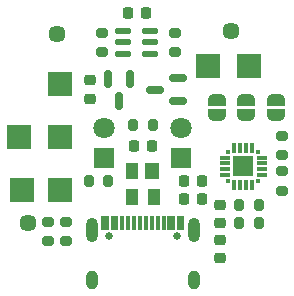
<source format=gbr>
%TF.GenerationSoftware,KiCad,Pcbnew,(6.0.0-0)*%
%TF.CreationDate,2022-01-05T16:19:23+01:00*%
%TF.ProjectId,IEC-62056-21-Optical-Probe,4945432d-3632-4303-9536-2d32312d4f70,1*%
%TF.SameCoordinates,Original*%
%TF.FileFunction,Soldermask,Top*%
%TF.FilePolarity,Negative*%
%FSLAX46Y46*%
G04 Gerber Fmt 4.6, Leading zero omitted, Abs format (unit mm)*
G04 Created by KiCad (PCBNEW (6.0.0-0)) date 2022-01-05 16:19:23*
%MOMM*%
%LPD*%
G01*
G04 APERTURE LIST*
G04 Aperture macros list*
%AMRoundRect*
0 Rectangle with rounded corners*
0 $1 Rounding radius*
0 $2 $3 $4 $5 $6 $7 $8 $9 X,Y pos of 4 corners*
0 Add a 4 corners polygon primitive as box body*
4,1,4,$2,$3,$4,$5,$6,$7,$8,$9,$2,$3,0*
0 Add four circle primitives for the rounded corners*
1,1,$1+$1,$2,$3*
1,1,$1+$1,$4,$5*
1,1,$1+$1,$6,$7*
1,1,$1+$1,$8,$9*
0 Add four rect primitives between the rounded corners*
20,1,$1+$1,$2,$3,$4,$5,0*
20,1,$1+$1,$4,$5,$6,$7,0*
20,1,$1+$1,$6,$7,$8,$9,0*
20,1,$1+$1,$8,$9,$2,$3,0*%
%AMFreePoly0*
4,1,22,0.500000,-0.750000,0.000000,-0.750000,0.000000,-0.745033,-0.079941,-0.743568,-0.215256,-0.701293,-0.333266,-0.622738,-0.424486,-0.514219,-0.481581,-0.384460,-0.499164,-0.250000,-0.500000,-0.250000,-0.500000,0.250000,-0.499164,0.250000,-0.499963,0.256109,-0.478152,0.396186,-0.417904,0.524511,-0.324060,0.630769,-0.204165,0.706417,-0.067858,0.745374,0.000000,0.744959,0.000000,0.750000,
0.500000,0.750000,0.500000,-0.750000,0.500000,-0.750000,$1*%
%AMFreePoly1*
4,1,20,0.000000,0.744959,0.073905,0.744508,0.209726,0.703889,0.328688,0.626782,0.421226,0.519385,0.479903,0.390333,0.500000,0.250000,0.500000,-0.250000,0.499851,-0.262216,0.476331,-0.402017,0.414519,-0.529596,0.319384,-0.634700,0.198574,-0.708877,0.061801,-0.746166,0.000000,-0.745033,0.000000,-0.750000,-0.500000,-0.750000,-0.500000,0.750000,0.000000,0.750000,0.000000,0.744959,
0.000000,0.744959,$1*%
G04 Aperture macros list end*
%ADD10C,1.448000*%
%ADD11RoundRect,0.225000X-0.225000X-0.250000X0.225000X-0.250000X0.225000X0.250000X-0.225000X0.250000X0*%
%ADD12RoundRect,0.200000X0.275000X-0.200000X0.275000X0.200000X-0.275000X0.200000X-0.275000X-0.200000X0*%
%ADD13R,1.800000X1.800000*%
%ADD14R,0.300000X0.900000*%
%ADD15R,0.300000X0.300000*%
%ADD16R,0.900000X0.300000*%
%ADD17O,1.000000X2.100000*%
%ADD18O,1.000000X1.600000*%
%ADD19C,0.650000*%
%ADD20R,0.300000X1.150000*%
%ADD21RoundRect,0.225000X0.250000X-0.225000X0.250000X0.225000X-0.250000X0.225000X-0.250000X-0.225000X0*%
%ADD22RoundRect,0.200000X-0.200000X-0.275000X0.200000X-0.275000X0.200000X0.275000X-0.200000X0.275000X0*%
%ADD23FreePoly0,90.000000*%
%ADD24FreePoly1,90.000000*%
%ADD25RoundRect,0.200000X0.200000X0.275000X-0.200000X0.275000X-0.200000X-0.275000X0.200000X-0.275000X0*%
%ADD26RoundRect,0.225000X0.225000X0.250000X-0.225000X0.250000X-0.225000X-0.250000X0.225000X-0.250000X0*%
%ADD27R,2.000000X2.000000*%
%ADD28RoundRect,0.150000X-0.150000X0.587500X-0.150000X-0.587500X0.150000X-0.587500X0.150000X0.587500X0*%
%ADD29RoundRect,0.125000X0.587500X0.125000X-0.587500X0.125000X-0.587500X-0.125000X0.587500X-0.125000X0*%
%ADD30RoundRect,0.225000X-0.250000X0.225000X-0.250000X-0.225000X0.250000X-0.225000X0.250000X0.225000X0*%
%ADD31RoundRect,0.150000X0.587500X0.150000X-0.587500X0.150000X-0.587500X-0.150000X0.587500X-0.150000X0*%
%ADD32RoundRect,0.200000X-0.275000X0.200000X-0.275000X-0.200000X0.275000X-0.200000X0.275000X0.200000X0*%
%ADD33R,1.200000X1.400000*%
%ADD34R,1.000000X1.400000*%
%ADD35C,1.800000*%
G04 APERTURE END LIST*
D10*
%TO.C,H3*%
X142750000Y-90750000D03*
%TD*%
%TO.C,H2*%
X157500000Y-90500000D03*
%TD*%
%TO.C,H1*%
X140250000Y-106750000D03*
%TD*%
D11*
%TO.C,C7*%
X153475000Y-104750000D03*
X155025000Y-104750000D03*
%TD*%
D12*
%TO.C,R7*%
X161750000Y-104075000D03*
X161750000Y-102425000D03*
%TD*%
D13*
%TO.C,U2*%
X158500000Y-102000000D03*
D14*
X157750000Y-100450000D03*
X158250000Y-100450000D03*
X158750000Y-100450000D03*
X159250000Y-100450000D03*
D15*
X159750000Y-100750000D03*
D16*
X160050000Y-101250000D03*
X160050000Y-101750000D03*
X160050000Y-102250000D03*
X160050000Y-102750000D03*
D15*
X159750000Y-103250000D03*
D14*
X159250000Y-103550000D03*
X158750000Y-103550000D03*
X158250000Y-103550000D03*
X157750000Y-103550000D03*
D15*
X157250000Y-103250000D03*
D16*
X156950000Y-102750000D03*
X156950000Y-102250000D03*
X156950000Y-101750000D03*
X156950000Y-101250000D03*
D15*
X157250000Y-100750000D03*
%TD*%
D17*
%TO.C,J1*%
X145680000Y-107395000D03*
X154320000Y-107395000D03*
D18*
X145680000Y-111575000D03*
X154320000Y-111575000D03*
D19*
X152890000Y-107895000D03*
X147110000Y-107895000D03*
D20*
X153050000Y-106830000D03*
X152250000Y-106830000D03*
X151750000Y-106830000D03*
X151250000Y-106830000D03*
X150750000Y-106830000D03*
X150250000Y-106830000D03*
X149750000Y-106830000D03*
X149250000Y-106830000D03*
X148750000Y-106830000D03*
X148250000Y-106830000D03*
X147450000Y-106830000D03*
X146650000Y-106830000D03*
X146950000Y-106830000D03*
X147750000Y-106830000D03*
X152550000Y-106830000D03*
X153350000Y-106830000D03*
%TD*%
D21*
%TO.C,C4*%
X156500000Y-109775000D03*
X156500000Y-108225000D03*
%TD*%
D22*
%TO.C,R5*%
X159825000Y-105250000D03*
X158175000Y-105250000D03*
%TD*%
D23*
%TO.C,JP1*%
X161250000Y-97650000D03*
D24*
X161250000Y-96350000D03*
%TD*%
D23*
%TO.C,JP2*%
X158750000Y-97650000D03*
D24*
X158750000Y-96350000D03*
%TD*%
D25*
%TO.C,R13*%
X147075000Y-103250000D03*
X145425000Y-103250000D03*
%TD*%
D26*
%TO.C,C6*%
X150275000Y-89000000D03*
X148725000Y-89000000D03*
%TD*%
D27*
%TO.C,TP3*%
X155500000Y-93500000D03*
%TD*%
D28*
%TO.C,Q2*%
X148950000Y-94562500D03*
X147050000Y-94562500D03*
X148000000Y-96437500D03*
%TD*%
D27*
%TO.C,TP5*%
X139500000Y-99500000D03*
%TD*%
D21*
%TO.C,C2*%
X145500000Y-96275000D03*
X145500000Y-94725000D03*
%TD*%
D27*
%TO.C,TP2*%
X159000000Y-93500000D03*
%TD*%
D29*
%TO.C,U3*%
X150637500Y-92450000D03*
X150637500Y-91500000D03*
X150637500Y-90550000D03*
X148362500Y-90550000D03*
X148362500Y-91500000D03*
X148362500Y-92450000D03*
%TD*%
D27*
%TO.C,TP7*%
X143000000Y-104000000D03*
%TD*%
D30*
%TO.C,C3*%
X156500000Y-105225000D03*
X156500000Y-106775000D03*
%TD*%
D23*
%TO.C,JP3*%
X156250000Y-97650000D03*
D24*
X156250000Y-96350000D03*
%TD*%
D11*
%TO.C,C5*%
X153475000Y-103250000D03*
X155025000Y-103250000D03*
%TD*%
D31*
%TO.C,Q4*%
X152937500Y-96450000D03*
X152937500Y-94550000D03*
X151062500Y-95500000D03*
%TD*%
D27*
%TO.C,TP4*%
X143000000Y-99500000D03*
%TD*%
D32*
%TO.C,R2*%
X143500000Y-106675000D03*
X143500000Y-108325000D03*
%TD*%
D12*
%TO.C,R1*%
X142000000Y-108325000D03*
X142000000Y-106675000D03*
%TD*%
D25*
%TO.C,R15*%
X150825000Y-98500000D03*
X149175000Y-98500000D03*
%TD*%
D32*
%TO.C,R12*%
X161750000Y-99425000D03*
X161750000Y-101075000D03*
%TD*%
D11*
%TO.C,C1*%
X149225000Y-100250000D03*
X150775000Y-100250000D03*
%TD*%
D25*
%TO.C,R4*%
X159825000Y-106750000D03*
X158175000Y-106750000D03*
%TD*%
D27*
%TO.C,TP6*%
X139750000Y-104000000D03*
%TD*%
D12*
%TO.C,R14*%
X146500000Y-92325000D03*
X146500000Y-90675000D03*
%TD*%
D32*
%TO.C,R16*%
X152750000Y-90675000D03*
X152750000Y-92325000D03*
%TD*%
D33*
%TO.C,D1*%
X150770000Y-102400000D03*
D34*
X149050000Y-102400000D03*
X149050000Y-104600000D03*
X150950000Y-104600000D03*
%TD*%
D27*
%TO.C,TP1*%
X143000000Y-95000000D03*
%TD*%
D13*
%TO.C,Q3*%
X153250000Y-101270000D03*
D35*
X153250000Y-98730000D03*
%TD*%
D13*
%TO.C,D5*%
X146750000Y-101270000D03*
D35*
X146750000Y-98730000D03*
%TD*%
M02*

</source>
